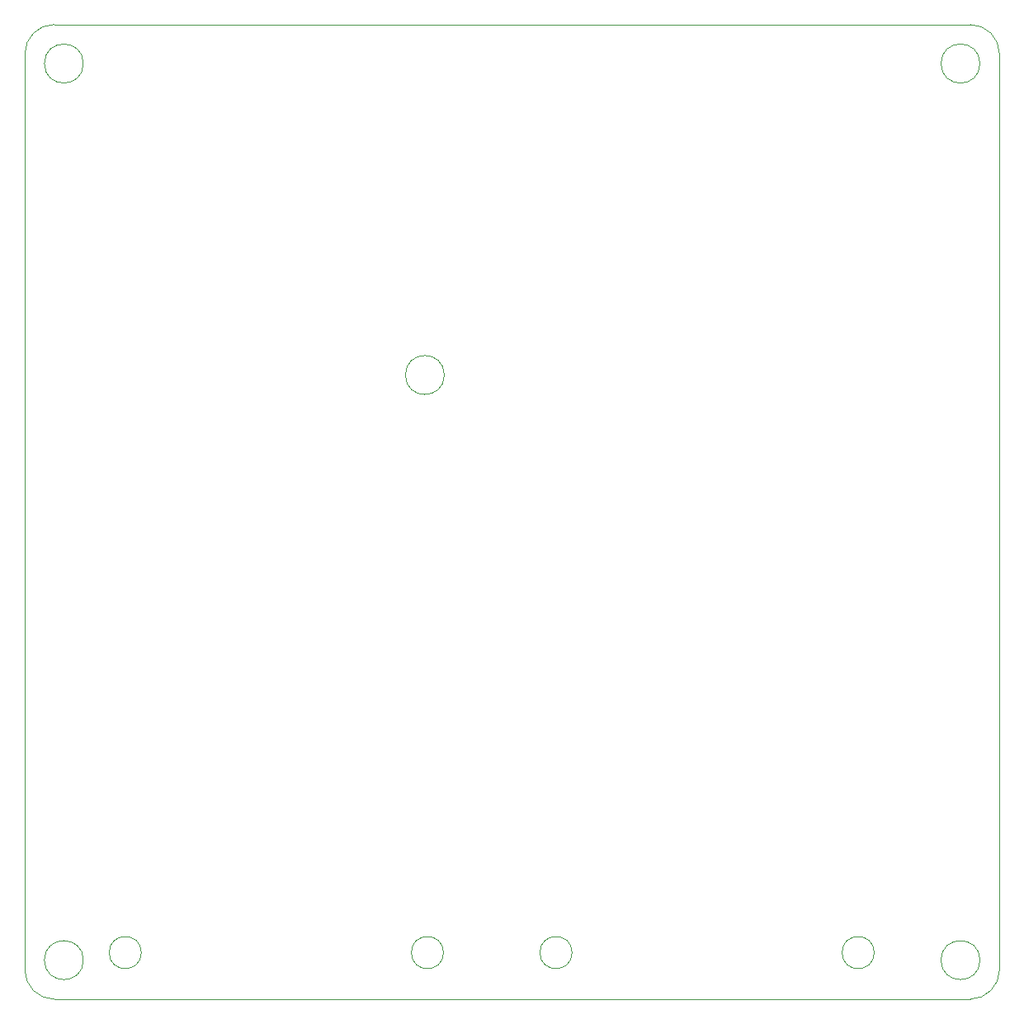
<source format=gbr>
%TF.GenerationSoftware,KiCad,Pcbnew,7.99.0-2367-gcb54bdfa84*%
%TF.CreationDate,2023-12-26T22:21:42+02:00*%
%TF.ProjectId,speeduino_stm32,73706565-6475-4696-9e6f-5f73746d3332,rev?*%
%TF.SameCoordinates,Original*%
%TF.FileFunction,Profile,NP*%
%FSLAX46Y46*%
G04 Gerber Fmt 4.6, Leading zero omitted, Abs format (unit mm)*
G04 Created by KiCad (PCBNEW 7.99.0-2367-gcb54bdfa84) date 2023-12-26 22:21:42*
%MOMM*%
%LPD*%
G01*
G04 APERTURE LIST*
%TA.AperFunction,Profile*%
%ADD10C,0.100000*%
%TD*%
%TA.AperFunction,Profile*%
%ADD11C,0.120000*%
%TD*%
G04 APERTURE END LIST*
D10*
X25000000Y-122000000D02*
X25000000Y-28000000D01*
X125000000Y-28000000D02*
X125000000Y-122000000D01*
X123000000Y-29000000D02*
G75*
G02*
X123000000Y-29000000I-2000000J0D01*
G01*
X28000000Y-25000000D02*
X122000000Y-25000000D01*
X68040000Y-60960000D02*
G75*
G02*
X68040000Y-60960000I-2000000J0D01*
G01*
X25000000Y-28000000D02*
G75*
G02*
X28000000Y-25000000I3000000J0D01*
G01*
X31000000Y-29000000D02*
G75*
G02*
X31000000Y-29000000I-2000000J0D01*
G01*
X123000000Y-121000000D02*
G75*
G02*
X123000000Y-121000000I-2000000J0D01*
G01*
X31000000Y-121000000D02*
G75*
G02*
X31000000Y-121000000I-2000000J0D01*
G01*
X122000000Y-25000000D02*
G75*
G02*
X125000000Y-28000000I0J-3000000D01*
G01*
X125000000Y-122000000D02*
G75*
G02*
X122000000Y-125000000I-3000000J0D01*
G01*
X28000000Y-125000000D02*
G75*
G02*
X25000000Y-122000000I0J3000000D01*
G01*
X122000000Y-125000000D02*
X28000000Y-125000000D01*
D11*
%TO.C,J2*%
X36950000Y-120226500D02*
G75*
G02*
X36950000Y-120226500I-1650000J0D01*
G01*
X67950000Y-120226500D02*
G75*
G02*
X67950000Y-120226500I-1650000J0D01*
G01*
%TO.C,J3*%
X81146000Y-120226500D02*
G75*
G02*
X81146000Y-120226500I-1650000J0D01*
G01*
X112146000Y-120226500D02*
G75*
G02*
X112146000Y-120226500I-1650000J0D01*
G01*
%TD*%
M02*

</source>
